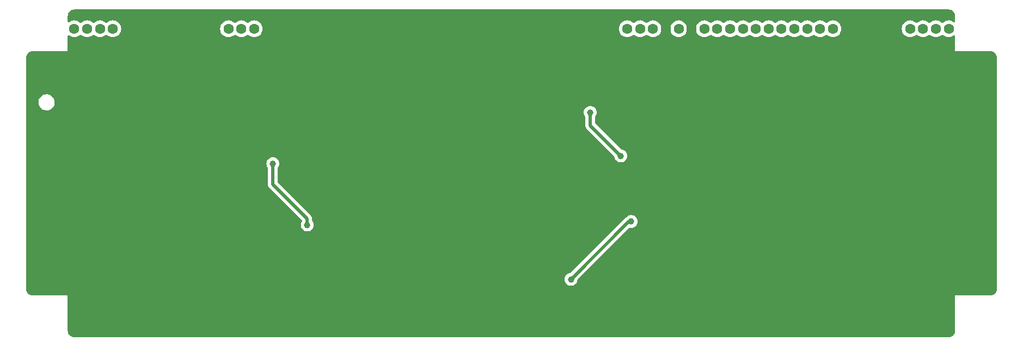
<source format=gtl>
G04 #@! TF.GenerationSoftware,KiCad,Pcbnew,7.0.7*
G04 #@! TF.CreationDate,2024-06-10T21:29:32+02:00*
G04 #@! TF.ProjectId,vfd_display,7666645f-6469-4737-906c-61792e6b6963,rev?*
G04 #@! TF.SameCoordinates,Original*
G04 #@! TF.FileFunction,Copper,L1,Top*
G04 #@! TF.FilePolarity,Positive*
%FSLAX46Y46*%
G04 Gerber Fmt 4.6, Leading zero omitted, Abs format (unit mm)*
G04 Created by KiCad (PCBNEW 7.0.7) date 2024-06-10 21:29:32*
%MOMM*%
%LPD*%
G01*
G04 APERTURE LIST*
G04 #@! TA.AperFunction,ComponentPad*
%ADD10C,1.600000*%
G04 #@! TD*
G04 #@! TA.AperFunction,ViaPad*
%ADD11C,1.000000*%
G04 #@! TD*
G04 #@! TA.AperFunction,ViaPad*
%ADD12C,0.800000*%
G04 #@! TD*
G04 #@! TA.AperFunction,ViaPad*
%ADD13C,4.000000*%
G04 #@! TD*
G04 #@! TA.AperFunction,ViaPad*
%ADD14C,2.000000*%
G04 #@! TD*
G04 #@! TA.AperFunction,Conductor*
%ADD15C,0.500000*%
G04 #@! TD*
G04 APERTURE END LIST*
D10*
X83000000Y-68000000D03*
X85000000Y-68000000D03*
X87000000Y-68000000D03*
X89000000Y-68000000D03*
X99000000Y-68000000D03*
X101000000Y-68000000D03*
X107000000Y-68000000D03*
X109000000Y-68000000D03*
X111000000Y-68000000D03*
X169000000Y-68000000D03*
X171000000Y-68000000D03*
X173000000Y-68000000D03*
X175000000Y-68000000D03*
X177000000Y-68000000D03*
X179000000Y-68000000D03*
X181000000Y-68000000D03*
X183000000Y-68000000D03*
X185000000Y-68000000D03*
X187000000Y-68000000D03*
X189000000Y-68000000D03*
X191000000Y-68000000D03*
X193000000Y-68000000D03*
X195000000Y-68000000D03*
X197000000Y-68000000D03*
X199000000Y-68000000D03*
X201000000Y-68000000D03*
X203000000Y-68000000D03*
X213000000Y-68000000D03*
X215000000Y-68000000D03*
X217000000Y-68000000D03*
X219000000Y-68000000D03*
D11*
X140000000Y-98500000D03*
X120500000Y-80000000D03*
X147000000Y-83250000D03*
X151500000Y-83250000D03*
X80250000Y-104750000D03*
X163000000Y-96500000D03*
X157750000Y-87500000D03*
X87000000Y-101750000D03*
X149250000Y-88250000D03*
X80250000Y-98750000D03*
D12*
X191333332Y-71810000D03*
D11*
X84750000Y-96750000D03*
X104000000Y-88040000D03*
X82500000Y-97750000D03*
X78000000Y-107750000D03*
X101500000Y-95750000D03*
D12*
X187000000Y-71810000D03*
D13*
X82500000Y-79500000D03*
D11*
X144750000Y-86250000D03*
X118750000Y-88750000D03*
X80250000Y-94750000D03*
X114000000Y-96500000D03*
X84750000Y-102750000D03*
X78000000Y-95750000D03*
X209500000Y-78000000D03*
D14*
X141000000Y-85250000D03*
D11*
X153750000Y-88250000D03*
X139000000Y-96250000D03*
X80250000Y-106750000D03*
X156050000Y-100900000D03*
X153750000Y-82250000D03*
X82500000Y-101750000D03*
X144750000Y-84250000D03*
X209500000Y-73000000D03*
X151500000Y-87250000D03*
X82500000Y-99750000D03*
D12*
X193500000Y-72000000D03*
D11*
X78000000Y-99750000D03*
X144750000Y-80250000D03*
X147000000Y-87250000D03*
X142000000Y-98500000D03*
X78000000Y-103750000D03*
X84750000Y-94750000D03*
X149250000Y-80250000D03*
X153750000Y-86250000D03*
X84750000Y-98750000D03*
X80250000Y-100750000D03*
X170600000Y-99500000D03*
X78000000Y-97750000D03*
X87000000Y-95750000D03*
X143000000Y-100750000D03*
X163000000Y-94287500D03*
X153750000Y-80250000D03*
X112250000Y-96500000D03*
D12*
X189166666Y-71810000D03*
D11*
X217000000Y-105620000D03*
X78000000Y-101750000D03*
X78000000Y-105750000D03*
X82500000Y-95750000D03*
X84750000Y-106750000D03*
X156050000Y-102900000D03*
X87000000Y-99750000D03*
X110500000Y-96500000D03*
X109500000Y-95500000D03*
X151500000Y-81250000D03*
X172600000Y-101000000D03*
X108500000Y-96500000D03*
X99750000Y-95750000D03*
X149250000Y-84250000D03*
X217000000Y-98000000D03*
D14*
X141000000Y-89000000D03*
D11*
X144750000Y-88250000D03*
X80250000Y-102750000D03*
X149250000Y-82250000D03*
X144750000Y-82250000D03*
X117000000Y-93040000D03*
X139000000Y-100750000D03*
X84750000Y-104750000D03*
X147000000Y-81250000D03*
X87000000Y-107750000D03*
X87000000Y-97750000D03*
X80250000Y-96750000D03*
X87000000Y-105750000D03*
X151500000Y-85250000D03*
X87000000Y-103750000D03*
X149250000Y-86250000D03*
X103250000Y-95750000D03*
X109500000Y-82500000D03*
X143000000Y-96250000D03*
X82500000Y-107750000D03*
X141000000Y-96250000D03*
X84750000Y-100750000D03*
X82500000Y-103750000D03*
X147000000Y-85250000D03*
X82500000Y-105750000D03*
X141000000Y-100750000D03*
X153750000Y-84250000D03*
X168000000Y-87787500D03*
X163250000Y-81037500D03*
X169600000Y-98000000D03*
X160250000Y-107000000D03*
X119250000Y-98540000D03*
X113895000Y-89000000D03*
D15*
X163250000Y-81037500D02*
X163250000Y-83037500D01*
X163250000Y-83037500D02*
X168000000Y-87787500D01*
X169850000Y-98000000D02*
X169250000Y-98000000D01*
X169250000Y-98000000D02*
X160250000Y-107000000D01*
X113895000Y-89000000D02*
X113895000Y-92225000D01*
X119250000Y-97580000D02*
X119250000Y-98540000D01*
X113895000Y-92225000D02*
X119250000Y-97580000D01*
G04 #@! TA.AperFunction,Conductor*
G36*
X219003032Y-65000299D02*
G01*
X219064066Y-65006310D01*
X219182941Y-65018018D01*
X219206769Y-65022757D01*
X219371001Y-65072576D01*
X219393453Y-65081877D01*
X219544798Y-65162772D01*
X219565010Y-65176277D01*
X219697666Y-65285145D01*
X219714854Y-65302333D01*
X219823722Y-65434989D01*
X219837227Y-65455201D01*
X219918121Y-65606543D01*
X219927424Y-65629001D01*
X219977240Y-65793224D01*
X219981982Y-65817065D01*
X219999701Y-65996967D01*
X220000000Y-66003048D01*
X220000000Y-66874387D01*
X219980315Y-66941426D01*
X219927511Y-66987181D01*
X219858353Y-66997125D01*
X219804877Y-66975962D01*
X219652734Y-66869432D01*
X219652732Y-66869431D01*
X219446497Y-66773261D01*
X219446488Y-66773258D01*
X219226697Y-66714366D01*
X219226693Y-66714365D01*
X219226692Y-66714365D01*
X219226691Y-66714364D01*
X219226686Y-66714364D01*
X219000002Y-66694532D01*
X218999998Y-66694532D01*
X218773313Y-66714364D01*
X218773302Y-66714366D01*
X218553511Y-66773258D01*
X218553502Y-66773261D01*
X218347267Y-66869431D01*
X218347265Y-66869432D01*
X218160862Y-66999951D01*
X218087681Y-67073132D01*
X218026357Y-67106616D01*
X217956666Y-67101631D01*
X217912319Y-67073132D01*
X217839137Y-66999951D01*
X217652734Y-66869432D01*
X217652732Y-66869431D01*
X217446497Y-66773261D01*
X217446488Y-66773258D01*
X217226697Y-66714366D01*
X217226693Y-66714365D01*
X217226692Y-66714365D01*
X217226691Y-66714364D01*
X217226686Y-66714364D01*
X217000002Y-66694532D01*
X216999998Y-66694532D01*
X216773313Y-66714364D01*
X216773302Y-66714366D01*
X216553511Y-66773258D01*
X216553502Y-66773261D01*
X216347267Y-66869431D01*
X216347265Y-66869432D01*
X216160862Y-66999951D01*
X216087681Y-67073132D01*
X216026357Y-67106616D01*
X215956666Y-67101631D01*
X215912319Y-67073132D01*
X215839137Y-66999951D01*
X215652734Y-66869432D01*
X215652732Y-66869431D01*
X215446497Y-66773261D01*
X215446488Y-66773258D01*
X215226697Y-66714366D01*
X215226693Y-66714365D01*
X215226692Y-66714365D01*
X215226691Y-66714364D01*
X215226686Y-66714364D01*
X215000002Y-66694532D01*
X214999998Y-66694532D01*
X214773313Y-66714364D01*
X214773302Y-66714366D01*
X214553511Y-66773258D01*
X214553502Y-66773261D01*
X214347267Y-66869431D01*
X214347265Y-66869432D01*
X214160862Y-66999951D01*
X214087681Y-67073132D01*
X214026357Y-67106616D01*
X213956666Y-67101631D01*
X213912319Y-67073132D01*
X213839137Y-66999951D01*
X213652734Y-66869432D01*
X213652732Y-66869431D01*
X213446497Y-66773261D01*
X213446488Y-66773258D01*
X213226697Y-66714366D01*
X213226693Y-66714365D01*
X213226692Y-66714365D01*
X213226691Y-66714364D01*
X213226686Y-66714364D01*
X213000002Y-66694532D01*
X212999998Y-66694532D01*
X212773313Y-66714364D01*
X212773302Y-66714366D01*
X212553511Y-66773258D01*
X212553502Y-66773261D01*
X212347267Y-66869431D01*
X212347265Y-66869432D01*
X212160858Y-66999954D01*
X211999954Y-67160858D01*
X211869432Y-67347265D01*
X211869431Y-67347267D01*
X211773261Y-67553502D01*
X211773258Y-67553511D01*
X211714366Y-67773302D01*
X211714364Y-67773313D01*
X211694532Y-67999998D01*
X211694532Y-68000001D01*
X211714364Y-68226686D01*
X211714366Y-68226697D01*
X211773258Y-68446488D01*
X211773261Y-68446497D01*
X211869431Y-68652732D01*
X211869432Y-68652734D01*
X211999954Y-68839141D01*
X212160858Y-69000045D01*
X212160861Y-69000047D01*
X212347266Y-69130568D01*
X212553504Y-69226739D01*
X212773308Y-69285635D01*
X212935230Y-69299801D01*
X212999998Y-69305468D01*
X213000000Y-69305468D01*
X213000002Y-69305468D01*
X213056672Y-69300509D01*
X213226692Y-69285635D01*
X213446496Y-69226739D01*
X213652734Y-69130568D01*
X213839139Y-69000047D01*
X213912319Y-68926866D01*
X213973639Y-68893382D01*
X214043331Y-68898366D01*
X214087680Y-68926867D01*
X214160858Y-69000045D01*
X214160861Y-69000047D01*
X214347266Y-69130568D01*
X214553504Y-69226739D01*
X214773308Y-69285635D01*
X214935230Y-69299801D01*
X214999998Y-69305468D01*
X215000000Y-69305468D01*
X215000002Y-69305468D01*
X215056672Y-69300509D01*
X215226692Y-69285635D01*
X215446496Y-69226739D01*
X215652734Y-69130568D01*
X215839139Y-69000047D01*
X215912320Y-68926865D01*
X215973641Y-68893382D01*
X216043333Y-68898366D01*
X216087679Y-68926865D01*
X216160859Y-69000045D01*
X216160862Y-69000048D01*
X216244446Y-69058573D01*
X216347266Y-69130568D01*
X216553504Y-69226739D01*
X216773308Y-69285635D01*
X216935230Y-69299801D01*
X216999998Y-69305468D01*
X217000000Y-69305468D01*
X217000002Y-69305468D01*
X217056672Y-69300509D01*
X217226692Y-69285635D01*
X217446496Y-69226739D01*
X217652734Y-69130568D01*
X217839139Y-69000047D01*
X217912320Y-68926865D01*
X217973641Y-68893382D01*
X218043333Y-68898366D01*
X218087679Y-68926865D01*
X218160859Y-69000045D01*
X218160862Y-69000048D01*
X218244446Y-69058573D01*
X218347266Y-69130568D01*
X218553504Y-69226739D01*
X218773308Y-69285635D01*
X218935230Y-69299801D01*
X218999998Y-69305468D01*
X219000000Y-69305468D01*
X219000002Y-69305468D01*
X219056672Y-69300509D01*
X219226692Y-69285635D01*
X219446496Y-69226739D01*
X219652734Y-69130568D01*
X219804877Y-69024036D01*
X219871083Y-69001710D01*
X219938850Y-69018720D01*
X219986663Y-69069669D01*
X220000000Y-69125612D01*
X220000000Y-71500000D01*
X225496951Y-71500000D01*
X225503032Y-71500299D01*
X225564067Y-71506310D01*
X225682941Y-71518018D01*
X225706769Y-71522757D01*
X225871001Y-71572576D01*
X225893453Y-71581877D01*
X226044798Y-71662772D01*
X226065010Y-71676277D01*
X226197666Y-71785145D01*
X226214854Y-71802333D01*
X226323722Y-71934989D01*
X226337227Y-71955201D01*
X226418121Y-72106543D01*
X226427424Y-72129001D01*
X226477240Y-72293224D01*
X226481982Y-72317065D01*
X226499701Y-72496967D01*
X226500000Y-72503048D01*
X226500000Y-108496951D01*
X226499701Y-108503032D01*
X226481982Y-108682934D01*
X226477240Y-108706775D01*
X226427424Y-108870998D01*
X226418121Y-108893456D01*
X226337227Y-109044798D01*
X226323722Y-109065010D01*
X226214854Y-109197666D01*
X226197666Y-109214854D01*
X226065010Y-109323722D01*
X226044798Y-109337227D01*
X225893456Y-109418121D01*
X225870998Y-109427424D01*
X225706775Y-109477240D01*
X225682934Y-109481982D01*
X225503032Y-109499701D01*
X225496951Y-109500000D01*
X220000000Y-109500000D01*
X220000000Y-110499992D01*
X219999999Y-110500003D01*
X220000000Y-114996951D01*
X219999701Y-115003032D01*
X219981982Y-115182934D01*
X219977240Y-115206775D01*
X219927424Y-115370998D01*
X219918121Y-115393456D01*
X219837227Y-115544798D01*
X219823722Y-115565010D01*
X219714854Y-115697666D01*
X219697666Y-115714854D01*
X219565010Y-115823722D01*
X219544798Y-115837227D01*
X219393456Y-115918121D01*
X219370998Y-115927424D01*
X219206775Y-115977240D01*
X219182934Y-115981982D01*
X219003032Y-115999701D01*
X218996951Y-116000000D01*
X83003049Y-116000000D01*
X82996968Y-115999701D01*
X82817065Y-115981982D01*
X82793224Y-115977240D01*
X82629001Y-115927424D01*
X82606543Y-115918121D01*
X82455201Y-115837227D01*
X82434989Y-115823722D01*
X82302333Y-115714854D01*
X82285145Y-115697666D01*
X82176277Y-115565010D01*
X82162772Y-115544798D01*
X82081878Y-115393456D01*
X82072575Y-115370998D01*
X82022757Y-115206769D01*
X82018018Y-115182941D01*
X82000299Y-115003032D01*
X82000000Y-114996951D01*
X82000000Y-110500003D01*
X82000000Y-110499999D01*
X82000000Y-109500000D01*
X81000000Y-109500000D01*
X80999997Y-109500000D01*
X76503049Y-109500000D01*
X76496968Y-109499701D01*
X76317065Y-109481982D01*
X76293224Y-109477240D01*
X76129001Y-109427424D01*
X76106543Y-109418121D01*
X75955201Y-109337227D01*
X75934989Y-109323722D01*
X75802333Y-109214854D01*
X75785145Y-109197666D01*
X75676277Y-109065010D01*
X75662772Y-109044798D01*
X75581878Y-108893456D01*
X75572575Y-108870998D01*
X75522757Y-108706769D01*
X75518018Y-108682941D01*
X75500299Y-108503032D01*
X75500000Y-108496951D01*
X75500000Y-107000000D01*
X159244659Y-107000000D01*
X159263975Y-107196129D01*
X159321188Y-107384733D01*
X159414086Y-107558532D01*
X159414090Y-107558539D01*
X159539116Y-107710883D01*
X159691460Y-107835909D01*
X159691467Y-107835913D01*
X159865266Y-107928811D01*
X159865269Y-107928811D01*
X159865273Y-107928814D01*
X160053868Y-107986024D01*
X160250000Y-108005341D01*
X160446132Y-107986024D01*
X160634727Y-107928814D01*
X160808538Y-107835910D01*
X160960883Y-107710883D01*
X161085910Y-107558538D01*
X161178814Y-107384727D01*
X161236024Y-107196132D01*
X161244871Y-107106299D01*
X161271031Y-107041513D01*
X161280584Y-107030782D01*
X169291506Y-99019860D01*
X169352827Y-98986377D01*
X169397750Y-98985978D01*
X169397805Y-98985427D01*
X169402942Y-98985932D01*
X169403391Y-98985929D01*
X169403866Y-98986023D01*
X169403868Y-98986024D01*
X169600000Y-99005341D01*
X169796132Y-98986024D01*
X169984727Y-98928814D01*
X169992374Y-98924727D01*
X170158532Y-98835913D01*
X170158538Y-98835910D01*
X170310883Y-98710883D01*
X170435910Y-98558538D01*
X170528814Y-98384727D01*
X170586024Y-98196132D01*
X170590403Y-98151662D01*
X170593027Y-98138353D01*
X170592875Y-98138327D01*
X170594127Y-98131216D01*
X170594130Y-98131210D01*
X170596607Y-98088676D01*
X170605341Y-98000000D01*
X170604049Y-97986893D01*
X170603663Y-97967528D01*
X170604331Y-97956065D01*
X170597227Y-97915780D01*
X170596583Y-97911088D01*
X170593993Y-97884792D01*
X170586024Y-97803868D01*
X170528814Y-97615273D01*
X170528811Y-97615269D01*
X170528811Y-97615266D01*
X170435913Y-97441467D01*
X170435909Y-97441460D01*
X170310883Y-97289116D01*
X170158539Y-97164090D01*
X170158532Y-97164086D01*
X169984733Y-97071188D01*
X169984727Y-97071186D01*
X169796132Y-97013976D01*
X169796129Y-97013975D01*
X169600000Y-96994659D01*
X169403870Y-97013975D01*
X169215266Y-97071188D01*
X169041467Y-97164086D01*
X169041460Y-97164090D01*
X168889118Y-97289114D01*
X168816332Y-97377804D01*
X168785581Y-97404674D01*
X168781343Y-97407288D01*
X168775681Y-97411765D01*
X168775645Y-97411720D01*
X168769798Y-97416484D01*
X168769835Y-97416528D01*
X168764310Y-97421164D01*
X168764304Y-97421169D01*
X168764304Y-97421170D01*
X168711613Y-97477016D01*
X168711614Y-97477017D01*
X160219225Y-105969405D01*
X160157902Y-106002890D01*
X160143700Y-106005127D01*
X160053870Y-106013975D01*
X159865266Y-106071188D01*
X159691467Y-106164086D01*
X159691460Y-106164090D01*
X159539116Y-106289116D01*
X159414090Y-106441460D01*
X159414086Y-106441467D01*
X159321188Y-106615266D01*
X159263975Y-106803870D01*
X159244659Y-107000000D01*
X75500000Y-107000000D01*
X75500000Y-89000000D01*
X112889659Y-89000000D01*
X112908975Y-89196129D01*
X112966188Y-89384733D01*
X113059084Y-89558529D01*
X113059087Y-89558533D01*
X113059090Y-89558538D01*
X113116354Y-89628314D01*
X113143666Y-89692620D01*
X113144500Y-89706976D01*
X113144500Y-92161294D01*
X113143191Y-92179263D01*
X113139710Y-92203025D01*
X113144264Y-92255064D01*
X113144500Y-92260470D01*
X113144500Y-92268709D01*
X113148306Y-92301274D01*
X113155000Y-92377791D01*
X113156461Y-92384867D01*
X113156403Y-92384878D01*
X113158034Y-92392237D01*
X113158092Y-92392224D01*
X113159757Y-92399250D01*
X113186025Y-92471424D01*
X113210185Y-92544331D01*
X113213236Y-92550874D01*
X113213182Y-92550898D01*
X113216470Y-92557688D01*
X113216521Y-92557663D01*
X113219761Y-92564113D01*
X113219762Y-92564114D01*
X113219763Y-92564117D01*
X113261965Y-92628283D01*
X113302287Y-92693655D01*
X113306766Y-92699319D01*
X113306719Y-92699356D01*
X113311482Y-92705202D01*
X113311528Y-92705164D01*
X113316173Y-92710700D01*
X113372018Y-92763386D01*
X118413955Y-97805322D01*
X118447440Y-97866645D01*
X118442456Y-97936337D01*
X118422128Y-97971667D01*
X118414090Y-97981460D01*
X118414086Y-97981467D01*
X118321188Y-98155266D01*
X118263975Y-98343870D01*
X118244659Y-98540000D01*
X118263975Y-98736129D01*
X118321188Y-98924733D01*
X118414086Y-99098532D01*
X118414090Y-99098539D01*
X118539116Y-99250883D01*
X118691460Y-99375909D01*
X118691467Y-99375913D01*
X118865266Y-99468811D01*
X118865269Y-99468811D01*
X118865273Y-99468814D01*
X119053868Y-99526024D01*
X119250000Y-99545341D01*
X119446132Y-99526024D01*
X119634727Y-99468814D01*
X119808538Y-99375910D01*
X119960883Y-99250883D01*
X120085910Y-99098538D01*
X120155819Y-98967747D01*
X120178811Y-98924733D01*
X120178811Y-98924732D01*
X120178814Y-98924727D01*
X120236024Y-98736132D01*
X120255341Y-98540000D01*
X120236024Y-98343868D01*
X120178814Y-98155273D01*
X120178811Y-98155269D01*
X120178811Y-98155266D01*
X120085913Y-97981467D01*
X120085911Y-97981465D01*
X120085910Y-97981462D01*
X120048877Y-97936337D01*
X120028647Y-97911686D01*
X120001334Y-97847376D01*
X120000500Y-97833021D01*
X120000500Y-97643705D01*
X120001809Y-97625735D01*
X120003342Y-97615266D01*
X120005289Y-97601977D01*
X120000735Y-97549931D01*
X120000500Y-97544528D01*
X120000500Y-97536297D01*
X120000500Y-97536291D01*
X119996693Y-97503724D01*
X119991247Y-97441467D01*
X119989999Y-97427201D01*
X119988539Y-97420129D01*
X119988597Y-97420116D01*
X119986965Y-97412757D01*
X119986906Y-97412772D01*
X119985242Y-97405753D01*
X119985241Y-97405745D01*
X119958974Y-97333576D01*
X119934814Y-97260666D01*
X119934809Y-97260659D01*
X119931760Y-97254118D01*
X119931815Y-97254091D01*
X119928533Y-97247313D01*
X119928480Y-97247340D01*
X119925235Y-97240880D01*
X119883028Y-97176708D01*
X119842710Y-97111342D01*
X119838234Y-97105682D01*
X119838281Y-97105644D01*
X119833519Y-97099799D01*
X119833474Y-97099838D01*
X119828834Y-97094308D01*
X119772964Y-97041596D01*
X114681819Y-91950451D01*
X114648334Y-91889128D01*
X114645500Y-91862770D01*
X114645500Y-89706976D01*
X114665185Y-89639937D01*
X114673632Y-89628329D01*
X114730910Y-89558538D01*
X114823814Y-89384727D01*
X114881024Y-89196132D01*
X114900341Y-89000000D01*
X114881024Y-88803868D01*
X114823814Y-88615273D01*
X114823811Y-88615269D01*
X114823811Y-88615266D01*
X114730913Y-88441467D01*
X114730909Y-88441460D01*
X114605883Y-88289116D01*
X114453539Y-88164090D01*
X114453532Y-88164086D01*
X114279733Y-88071188D01*
X114279727Y-88071186D01*
X114091132Y-88013976D01*
X114091129Y-88013975D01*
X113895000Y-87994659D01*
X113698870Y-88013975D01*
X113510266Y-88071188D01*
X113336467Y-88164086D01*
X113336460Y-88164090D01*
X113184116Y-88289116D01*
X113059090Y-88441460D01*
X113059086Y-88441467D01*
X112966188Y-88615266D01*
X112908975Y-88803870D01*
X112889659Y-89000000D01*
X75500000Y-89000000D01*
X75500000Y-81037500D01*
X162244659Y-81037500D01*
X162263975Y-81233629D01*
X162321188Y-81422233D01*
X162414084Y-81596029D01*
X162414087Y-81596033D01*
X162414090Y-81596038D01*
X162471354Y-81665814D01*
X162498666Y-81730120D01*
X162499500Y-81744476D01*
X162499500Y-82973794D01*
X162498191Y-82991763D01*
X162494710Y-83015525D01*
X162499264Y-83067564D01*
X162499500Y-83072970D01*
X162499500Y-83081209D01*
X162503306Y-83113774D01*
X162510000Y-83190291D01*
X162511461Y-83197367D01*
X162511403Y-83197378D01*
X162513034Y-83204737D01*
X162513092Y-83204724D01*
X162514757Y-83211750D01*
X162541025Y-83283924D01*
X162565185Y-83356831D01*
X162568236Y-83363374D01*
X162568182Y-83363398D01*
X162571470Y-83370188D01*
X162571521Y-83370163D01*
X162574761Y-83376613D01*
X162574762Y-83376614D01*
X162574763Y-83376617D01*
X162616965Y-83440782D01*
X162616965Y-83440783D01*
X162657287Y-83506155D01*
X162661766Y-83511819D01*
X162661719Y-83511856D01*
X162666482Y-83517702D01*
X162666528Y-83517664D01*
X162671173Y-83523200D01*
X162727018Y-83575886D01*
X166969405Y-87818272D01*
X167002890Y-87879595D01*
X167005127Y-87893798D01*
X167013975Y-87983628D01*
X167013975Y-87983630D01*
X167013976Y-87983632D01*
X167068718Y-88164090D01*
X167071188Y-88172233D01*
X167164086Y-88346032D01*
X167164090Y-88346039D01*
X167289116Y-88498383D01*
X167441460Y-88623409D01*
X167441467Y-88623413D01*
X167615266Y-88716311D01*
X167615269Y-88716311D01*
X167615273Y-88716314D01*
X167803868Y-88773524D01*
X168000000Y-88792841D01*
X168196132Y-88773524D01*
X168384727Y-88716314D01*
X168558538Y-88623410D01*
X168710883Y-88498383D01*
X168835910Y-88346038D01*
X168928814Y-88172227D01*
X168986024Y-87983632D01*
X169005341Y-87787500D01*
X168986024Y-87591368D01*
X168928814Y-87402773D01*
X168928811Y-87402769D01*
X168928811Y-87402766D01*
X168835913Y-87228967D01*
X168835909Y-87228960D01*
X168710883Y-87076616D01*
X168558539Y-86951590D01*
X168558532Y-86951586D01*
X168384733Y-86858688D01*
X168384727Y-86858686D01*
X168196132Y-86801476D01*
X168196130Y-86801475D01*
X168196128Y-86801475D01*
X168106298Y-86792627D01*
X168041511Y-86766465D01*
X168030772Y-86756905D01*
X164036819Y-82762951D01*
X164003334Y-82701628D01*
X164000500Y-82675270D01*
X164000500Y-81744476D01*
X164020185Y-81677437D01*
X164028632Y-81665829D01*
X164085910Y-81596038D01*
X164178814Y-81422227D01*
X164236024Y-81233632D01*
X164255341Y-81037500D01*
X164236024Y-80841368D01*
X164178814Y-80652773D01*
X164178811Y-80652769D01*
X164178811Y-80652766D01*
X164085913Y-80478967D01*
X164085909Y-80478960D01*
X163960883Y-80326616D01*
X163808539Y-80201590D01*
X163808532Y-80201586D01*
X163634733Y-80108688D01*
X163634727Y-80108686D01*
X163446132Y-80051476D01*
X163446129Y-80051475D01*
X163250000Y-80032159D01*
X163053870Y-80051475D01*
X162865266Y-80108688D01*
X162691467Y-80201586D01*
X162691460Y-80201590D01*
X162539116Y-80326616D01*
X162414090Y-80478960D01*
X162414086Y-80478967D01*
X162321188Y-80652766D01*
X162263975Y-80841370D01*
X162244659Y-81037500D01*
X75500000Y-81037500D01*
X75500000Y-79506506D01*
X77441696Y-79506506D01*
X77441697Y-79506510D01*
X77472009Y-79730281D01*
X77472010Y-79730284D01*
X77541789Y-79945044D01*
X77648794Y-80143891D01*
X77648796Y-80143894D01*
X77789586Y-80320439D01*
X77959639Y-80469011D01*
X77959640Y-80469012D01*
X77959643Y-80469014D01*
X78153493Y-80584834D01*
X78364908Y-80664179D01*
X78364908Y-80664180D01*
X78587090Y-80704500D01*
X78587093Y-80704500D01*
X78756337Y-80704500D01*
X78756343Y-80704500D01*
X78914443Y-80690270D01*
X78924906Y-80689329D01*
X79142570Y-80629258D01*
X79142575Y-80629255D01*
X79142582Y-80629254D01*
X79346033Y-80531277D01*
X79528721Y-80398547D01*
X79684772Y-80235330D01*
X79809173Y-80046871D01*
X79897923Y-79839229D01*
X79948172Y-79619076D01*
X79958303Y-79393490D01*
X79927991Y-79169719D01*
X79858211Y-78954957D01*
X79751204Y-78756106D01*
X79610411Y-78579558D01*
X79521007Y-78501448D01*
X79440360Y-78430988D01*
X79336146Y-78368723D01*
X79246507Y-78315166D01*
X79128154Y-78270747D01*
X79035091Y-78235819D01*
X78812910Y-78195500D01*
X78812907Y-78195500D01*
X78643657Y-78195500D01*
X78612271Y-78198324D01*
X78475093Y-78210670D01*
X78257429Y-78270741D01*
X78257414Y-78270747D01*
X78053973Y-78368719D01*
X78053965Y-78368723D01*
X77871284Y-78501448D01*
X77871282Y-78501449D01*
X77715226Y-78664671D01*
X77590828Y-78853125D01*
X77502077Y-79060772D01*
X77502075Y-79060778D01*
X77451828Y-79280922D01*
X77451828Y-79280926D01*
X77441696Y-79506506D01*
X75500000Y-79506506D01*
X75500000Y-72503048D01*
X75500299Y-72496967D01*
X75504706Y-72452213D01*
X75518018Y-72317056D01*
X75522757Y-72293232D01*
X75572577Y-72128994D01*
X75581875Y-72106549D01*
X75662775Y-71955195D01*
X75676272Y-71934995D01*
X75785149Y-71802328D01*
X75802328Y-71785149D01*
X75934995Y-71676272D01*
X75955195Y-71662775D01*
X76106549Y-71581875D01*
X76128994Y-71572577D01*
X76293232Y-71522757D01*
X76317056Y-71518018D01*
X76431501Y-71506746D01*
X76496969Y-71500299D01*
X76503049Y-71500000D01*
X80999997Y-71500000D01*
X81000000Y-71500000D01*
X82000000Y-71500000D01*
X82000000Y-69125611D01*
X82019685Y-69058573D01*
X82072489Y-69012818D01*
X82141647Y-69002874D01*
X82195122Y-69024036D01*
X82347266Y-69130568D01*
X82553504Y-69226739D01*
X82773308Y-69285635D01*
X82935230Y-69299801D01*
X82999998Y-69305468D01*
X83000000Y-69305468D01*
X83000002Y-69305468D01*
X83056672Y-69300509D01*
X83226692Y-69285635D01*
X83446496Y-69226739D01*
X83652734Y-69130568D01*
X83839139Y-69000047D01*
X83912320Y-68926865D01*
X83973641Y-68893382D01*
X84043333Y-68898366D01*
X84087679Y-68926865D01*
X84160859Y-69000045D01*
X84160862Y-69000048D01*
X84244446Y-69058573D01*
X84347266Y-69130568D01*
X84553504Y-69226739D01*
X84773308Y-69285635D01*
X84935230Y-69299801D01*
X84999998Y-69305468D01*
X85000000Y-69305468D01*
X85000002Y-69305468D01*
X85056672Y-69300509D01*
X85226692Y-69285635D01*
X85446496Y-69226739D01*
X85652734Y-69130568D01*
X85839139Y-69000047D01*
X85912320Y-68926865D01*
X85973641Y-68893382D01*
X86043333Y-68898366D01*
X86087679Y-68926865D01*
X86160859Y-69000045D01*
X86160862Y-69000048D01*
X86244446Y-69058573D01*
X86347266Y-69130568D01*
X86553504Y-69226739D01*
X86773308Y-69285635D01*
X86935230Y-69299801D01*
X86999998Y-69305468D01*
X87000000Y-69305468D01*
X87000002Y-69305468D01*
X87056672Y-69300509D01*
X87226692Y-69285635D01*
X87446496Y-69226739D01*
X87652734Y-69130568D01*
X87839139Y-69000047D01*
X87912320Y-68926865D01*
X87973641Y-68893382D01*
X88043333Y-68898366D01*
X88087679Y-68926865D01*
X88160859Y-69000045D01*
X88160862Y-69000048D01*
X88244446Y-69058573D01*
X88347266Y-69130568D01*
X88553504Y-69226739D01*
X88773308Y-69285635D01*
X88935230Y-69299801D01*
X88999998Y-69305468D01*
X89000000Y-69305468D01*
X89000002Y-69305468D01*
X89056672Y-69300509D01*
X89226692Y-69285635D01*
X89446496Y-69226739D01*
X89652734Y-69130568D01*
X89839139Y-69000047D01*
X90000047Y-68839139D01*
X90130568Y-68652734D01*
X90226739Y-68446496D01*
X90285635Y-68226692D01*
X90305468Y-68000001D01*
X105694532Y-68000001D01*
X105714364Y-68226686D01*
X105714366Y-68226697D01*
X105773258Y-68446488D01*
X105773261Y-68446497D01*
X105869431Y-68652732D01*
X105869432Y-68652734D01*
X105999954Y-68839141D01*
X106160858Y-69000045D01*
X106160861Y-69000047D01*
X106347266Y-69130568D01*
X106553504Y-69226739D01*
X106773308Y-69285635D01*
X106935230Y-69299801D01*
X106999998Y-69305468D01*
X107000000Y-69305468D01*
X107000002Y-69305468D01*
X107056672Y-69300509D01*
X107226692Y-69285635D01*
X107446496Y-69226739D01*
X107652734Y-69130568D01*
X107839139Y-69000047D01*
X107912320Y-68926865D01*
X107973641Y-68893382D01*
X108043333Y-68898366D01*
X108087679Y-68926865D01*
X108160859Y-69000045D01*
X108160862Y-69000048D01*
X108244446Y-69058573D01*
X108347266Y-69130568D01*
X108553504Y-69226739D01*
X108773308Y-69285635D01*
X108935230Y-69299801D01*
X108999998Y-69305468D01*
X109000000Y-69305468D01*
X109000002Y-69305468D01*
X109056672Y-69300509D01*
X109226692Y-69285635D01*
X109446496Y-69226739D01*
X109652734Y-69130568D01*
X109839139Y-69000047D01*
X109912319Y-68926866D01*
X109973639Y-68893382D01*
X110043331Y-68898366D01*
X110087680Y-68926867D01*
X110160858Y-69000045D01*
X110160861Y-69000047D01*
X110347266Y-69130568D01*
X110553504Y-69226739D01*
X110773308Y-69285635D01*
X110935230Y-69299801D01*
X110999998Y-69305468D01*
X111000000Y-69305468D01*
X111000002Y-69305468D01*
X111056672Y-69300509D01*
X111226692Y-69285635D01*
X111446496Y-69226739D01*
X111652734Y-69130568D01*
X111839139Y-69000047D01*
X112000047Y-68839139D01*
X112130568Y-68652734D01*
X112226739Y-68446496D01*
X112285635Y-68226692D01*
X112305468Y-68000001D01*
X167694532Y-68000001D01*
X167714364Y-68226686D01*
X167714366Y-68226697D01*
X167773258Y-68446488D01*
X167773261Y-68446497D01*
X167869431Y-68652732D01*
X167869432Y-68652734D01*
X167999954Y-68839141D01*
X168160858Y-69000045D01*
X168160861Y-69000047D01*
X168347266Y-69130568D01*
X168553504Y-69226739D01*
X168773308Y-69285635D01*
X168935230Y-69299801D01*
X168999998Y-69305468D01*
X169000000Y-69305468D01*
X169000002Y-69305468D01*
X169056672Y-69300509D01*
X169226692Y-69285635D01*
X169446496Y-69226739D01*
X169652734Y-69130568D01*
X169839139Y-69000047D01*
X169912320Y-68926865D01*
X169973641Y-68893382D01*
X170043333Y-68898366D01*
X170087679Y-68926865D01*
X170160859Y-69000045D01*
X170160862Y-69000048D01*
X170244446Y-69058573D01*
X170347266Y-69130568D01*
X170553504Y-69226739D01*
X170773308Y-69285635D01*
X170935230Y-69299801D01*
X170999998Y-69305468D01*
X171000000Y-69305468D01*
X171000002Y-69305468D01*
X171056672Y-69300509D01*
X171226692Y-69285635D01*
X171446496Y-69226739D01*
X171652734Y-69130568D01*
X171839139Y-69000047D01*
X171912320Y-68926865D01*
X171973641Y-68893382D01*
X172043333Y-68898366D01*
X172087679Y-68926865D01*
X172160859Y-69000045D01*
X172160862Y-69000048D01*
X172244446Y-69058573D01*
X172347266Y-69130568D01*
X172553504Y-69226739D01*
X172773308Y-69285635D01*
X172935230Y-69299801D01*
X172999998Y-69305468D01*
X173000000Y-69305468D01*
X173000002Y-69305468D01*
X173056672Y-69300509D01*
X173226692Y-69285635D01*
X173446496Y-69226739D01*
X173652734Y-69130568D01*
X173839139Y-69000047D01*
X174000047Y-68839139D01*
X174130568Y-68652734D01*
X174226739Y-68446496D01*
X174285635Y-68226692D01*
X174305468Y-68000001D01*
X175694532Y-68000001D01*
X175714364Y-68226686D01*
X175714366Y-68226697D01*
X175773258Y-68446488D01*
X175773261Y-68446497D01*
X175869431Y-68652732D01*
X175869432Y-68652734D01*
X175999954Y-68839141D01*
X176160858Y-69000045D01*
X176160861Y-69000047D01*
X176347266Y-69130568D01*
X176553504Y-69226739D01*
X176773308Y-69285635D01*
X176935230Y-69299801D01*
X176999998Y-69305468D01*
X177000000Y-69305468D01*
X177000002Y-69305468D01*
X177056672Y-69300509D01*
X177226692Y-69285635D01*
X177446496Y-69226739D01*
X177652734Y-69130568D01*
X177839139Y-69000047D01*
X178000047Y-68839139D01*
X178130568Y-68652734D01*
X178226739Y-68446496D01*
X178285635Y-68226692D01*
X178305468Y-68000001D01*
X179694532Y-68000001D01*
X179714364Y-68226686D01*
X179714366Y-68226697D01*
X179773258Y-68446488D01*
X179773261Y-68446497D01*
X179869431Y-68652732D01*
X179869432Y-68652734D01*
X179999954Y-68839141D01*
X180160858Y-69000045D01*
X180160861Y-69000047D01*
X180347266Y-69130568D01*
X180553504Y-69226739D01*
X180773308Y-69285635D01*
X180935230Y-69299801D01*
X180999998Y-69305468D01*
X181000000Y-69305468D01*
X181000002Y-69305468D01*
X181056672Y-69300509D01*
X181226692Y-69285635D01*
X181446496Y-69226739D01*
X181652734Y-69130568D01*
X181839139Y-69000047D01*
X181912319Y-68926866D01*
X181973639Y-68893382D01*
X182043331Y-68898366D01*
X182087680Y-68926867D01*
X182160858Y-69000045D01*
X182160861Y-69000047D01*
X182347266Y-69130568D01*
X182553504Y-69226739D01*
X182773308Y-69285635D01*
X182935230Y-69299801D01*
X182999998Y-69305468D01*
X183000000Y-69305468D01*
X183000002Y-69305468D01*
X183056672Y-69300509D01*
X183226692Y-69285635D01*
X183446496Y-69226739D01*
X183652734Y-69130568D01*
X183839139Y-69000047D01*
X183912320Y-68926865D01*
X183973641Y-68893382D01*
X184043333Y-68898366D01*
X184087679Y-68926865D01*
X184160859Y-69000045D01*
X184160862Y-69000048D01*
X184244446Y-69058573D01*
X184347266Y-69130568D01*
X184553504Y-69226739D01*
X184773308Y-69285635D01*
X184935230Y-69299801D01*
X184999998Y-69305468D01*
X185000000Y-69305468D01*
X185000002Y-69305468D01*
X185056672Y-69300509D01*
X185226692Y-69285635D01*
X185446496Y-69226739D01*
X185652734Y-69130568D01*
X185839139Y-69000047D01*
X185912320Y-68926865D01*
X185973641Y-68893382D01*
X186043333Y-68898366D01*
X186087679Y-68926865D01*
X186160859Y-69000045D01*
X186160862Y-69000048D01*
X186244446Y-69058573D01*
X186347266Y-69130568D01*
X186553504Y-69226739D01*
X186773308Y-69285635D01*
X186935230Y-69299801D01*
X186999998Y-69305468D01*
X187000000Y-69305468D01*
X187000002Y-69305468D01*
X187056672Y-69300509D01*
X187226692Y-69285635D01*
X187446496Y-69226739D01*
X187652734Y-69130568D01*
X187839139Y-69000047D01*
X187912320Y-68926865D01*
X187973641Y-68893382D01*
X188043333Y-68898366D01*
X188087679Y-68926865D01*
X188160859Y-69000045D01*
X188160862Y-69000048D01*
X188244446Y-69058573D01*
X188347266Y-69130568D01*
X188553504Y-69226739D01*
X188773308Y-69285635D01*
X188935230Y-69299801D01*
X188999998Y-69305468D01*
X189000000Y-69305468D01*
X189000002Y-69305468D01*
X189056672Y-69300509D01*
X189226692Y-69285635D01*
X189446496Y-69226739D01*
X189652734Y-69130568D01*
X189839139Y-69000047D01*
X189912320Y-68926865D01*
X189973641Y-68893382D01*
X190043333Y-68898366D01*
X190087679Y-68926865D01*
X190160859Y-69000045D01*
X190160862Y-69000048D01*
X190244446Y-69058573D01*
X190347266Y-69130568D01*
X190553504Y-69226739D01*
X190773308Y-69285635D01*
X190935230Y-69299801D01*
X190999998Y-69305468D01*
X191000000Y-69305468D01*
X191000002Y-69305468D01*
X191056672Y-69300509D01*
X191226692Y-69285635D01*
X191446496Y-69226739D01*
X191652734Y-69130568D01*
X191839139Y-69000047D01*
X191912320Y-68926865D01*
X191973641Y-68893382D01*
X192043333Y-68898366D01*
X192087679Y-68926865D01*
X192160859Y-69000045D01*
X192160862Y-69000048D01*
X192244446Y-69058573D01*
X192347266Y-69130568D01*
X192553504Y-69226739D01*
X192773308Y-69285635D01*
X192935230Y-69299801D01*
X192999998Y-69305468D01*
X193000000Y-69305468D01*
X193000002Y-69305468D01*
X193056672Y-69300509D01*
X193226692Y-69285635D01*
X193446496Y-69226739D01*
X193652734Y-69130568D01*
X193839139Y-69000047D01*
X193912320Y-68926865D01*
X193973641Y-68893382D01*
X194043333Y-68898366D01*
X194087679Y-68926865D01*
X194160859Y-69000045D01*
X194160862Y-69000048D01*
X194244446Y-69058573D01*
X194347266Y-69130568D01*
X194553504Y-69226739D01*
X194773308Y-69285635D01*
X194935230Y-69299801D01*
X194999998Y-69305468D01*
X195000000Y-69305468D01*
X195000002Y-69305468D01*
X195056672Y-69300509D01*
X195226692Y-69285635D01*
X195446496Y-69226739D01*
X195652734Y-69130568D01*
X195839139Y-69000047D01*
X195912319Y-68926866D01*
X195973639Y-68893382D01*
X196043331Y-68898366D01*
X196087680Y-68926867D01*
X196160858Y-69000045D01*
X196160861Y-69000047D01*
X196347266Y-69130568D01*
X196553504Y-69226739D01*
X196773308Y-69285635D01*
X196935230Y-69299801D01*
X196999998Y-69305468D01*
X197000000Y-69305468D01*
X197000002Y-69305468D01*
X197056672Y-69300509D01*
X197226692Y-69285635D01*
X197446496Y-69226739D01*
X197652734Y-69130568D01*
X197839139Y-69000047D01*
X197912319Y-68926866D01*
X197973639Y-68893382D01*
X198043331Y-68898366D01*
X198087680Y-68926867D01*
X198160858Y-69000045D01*
X198160861Y-69000047D01*
X198347266Y-69130568D01*
X198553504Y-69226739D01*
X198773308Y-69285635D01*
X198935230Y-69299801D01*
X198999998Y-69305468D01*
X199000000Y-69305468D01*
X199000002Y-69305468D01*
X199056672Y-69300509D01*
X199226692Y-69285635D01*
X199446496Y-69226739D01*
X199652734Y-69130568D01*
X199839139Y-69000047D01*
X199912320Y-68926865D01*
X199973641Y-68893382D01*
X200043333Y-68898366D01*
X200087679Y-68926865D01*
X200160859Y-69000045D01*
X200160862Y-69000048D01*
X200244446Y-69058573D01*
X200347266Y-69130568D01*
X200553504Y-69226739D01*
X200773308Y-69285635D01*
X200935230Y-69299801D01*
X200999998Y-69305468D01*
X201000000Y-69305468D01*
X201000002Y-69305468D01*
X201056672Y-69300509D01*
X201226692Y-69285635D01*
X201446496Y-69226739D01*
X201652734Y-69130568D01*
X201839139Y-69000047D01*
X202000047Y-68839139D01*
X202130568Y-68652734D01*
X202226739Y-68446496D01*
X202285635Y-68226692D01*
X202305468Y-68000000D01*
X202285635Y-67773308D01*
X202226739Y-67553504D01*
X202130568Y-67347266D01*
X202000047Y-67160861D01*
X202000045Y-67160858D01*
X201839141Y-66999954D01*
X201652734Y-66869432D01*
X201652732Y-66869431D01*
X201446497Y-66773261D01*
X201446488Y-66773258D01*
X201226697Y-66714366D01*
X201226693Y-66714365D01*
X201226692Y-66714365D01*
X201226691Y-66714364D01*
X201226686Y-66714364D01*
X201000002Y-66694532D01*
X200999998Y-66694532D01*
X200773313Y-66714364D01*
X200773302Y-66714366D01*
X200553511Y-66773258D01*
X200553502Y-66773261D01*
X200347267Y-66869431D01*
X200347265Y-66869432D01*
X200160862Y-66999951D01*
X200087681Y-67073132D01*
X200026357Y-67106616D01*
X199956666Y-67101631D01*
X199912319Y-67073132D01*
X199839137Y-66999951D01*
X199652734Y-66869432D01*
X199652732Y-66869431D01*
X199446497Y-66773261D01*
X199446488Y-66773258D01*
X199226697Y-66714366D01*
X199226693Y-66714365D01*
X199226692Y-66714365D01*
X199226691Y-66714364D01*
X199226686Y-66714364D01*
X199000002Y-66694532D01*
X198999998Y-66694532D01*
X198773313Y-66714364D01*
X198773302Y-66714366D01*
X198553511Y-66773258D01*
X198553502Y-66773261D01*
X198347267Y-66869431D01*
X198347265Y-66869432D01*
X198160862Y-66999951D01*
X198087681Y-67073132D01*
X198026357Y-67106616D01*
X197956666Y-67101631D01*
X197912319Y-67073132D01*
X197839137Y-66999951D01*
X197652734Y-66869432D01*
X197652732Y-66869431D01*
X197446497Y-66773261D01*
X197446488Y-66773258D01*
X197226697Y-66714366D01*
X197226693Y-66714365D01*
X197226692Y-66714365D01*
X197226691Y-66714364D01*
X197226686Y-66714364D01*
X197000002Y-66694532D01*
X196999998Y-66694532D01*
X196773313Y-66714364D01*
X196773302Y-66714366D01*
X196553511Y-66773258D01*
X196553502Y-66773261D01*
X196347267Y-66869431D01*
X196347265Y-66869432D01*
X196160862Y-66999951D01*
X196087681Y-67073132D01*
X196026357Y-67106616D01*
X195956666Y-67101631D01*
X195912319Y-67073132D01*
X195839137Y-66999951D01*
X195652734Y-66869432D01*
X195652732Y-66869431D01*
X195446497Y-66773261D01*
X195446488Y-66773258D01*
X195226697Y-66714366D01*
X195226693Y-66714365D01*
X195226692Y-66714365D01*
X195226691Y-66714364D01*
X195226686Y-66714364D01*
X195000002Y-66694532D01*
X194999998Y-66694532D01*
X194773313Y-66714364D01*
X194773302Y-66714366D01*
X194553511Y-66773258D01*
X194553502Y-66773261D01*
X194347267Y-66869431D01*
X194347265Y-66869432D01*
X194160862Y-66999951D01*
X194087681Y-67073132D01*
X194026357Y-67106616D01*
X193956666Y-67101631D01*
X193912319Y-67073132D01*
X193839137Y-66999951D01*
X193652734Y-66869432D01*
X193652732Y-66869431D01*
X193446497Y-66773261D01*
X193446488Y-66773258D01*
X193226697Y-66714366D01*
X193226693Y-66714365D01*
X193226692Y-66714365D01*
X193226691Y-66714364D01*
X193226686Y-66714364D01*
X193000002Y-66694532D01*
X192999998Y-66694532D01*
X192773313Y-66714364D01*
X192773302Y-66714366D01*
X192553511Y-66773258D01*
X192553502Y-66773261D01*
X192347267Y-66869431D01*
X192347265Y-66869432D01*
X192160862Y-66999951D01*
X192087681Y-67073132D01*
X192026357Y-67106616D01*
X191956666Y-67101631D01*
X191912319Y-67073132D01*
X191839137Y-66999951D01*
X191652734Y-66869432D01*
X191652732Y-66869431D01*
X191446497Y-66773261D01*
X191446488Y-66773258D01*
X191226697Y-66714366D01*
X191226693Y-66714365D01*
X191226692Y-66714365D01*
X191226691Y-66714364D01*
X191226686Y-66714364D01*
X191000002Y-66694532D01*
X190999998Y-66694532D01*
X190773313Y-66714364D01*
X190773302Y-66714366D01*
X190553511Y-66773258D01*
X190553502Y-66773261D01*
X190347267Y-66869431D01*
X190347265Y-66869432D01*
X190160862Y-66999951D01*
X190087681Y-67073132D01*
X190026357Y-67106616D01*
X189956666Y-67101631D01*
X189912319Y-67073132D01*
X189839137Y-66999951D01*
X189652734Y-66869432D01*
X189652732Y-66869431D01*
X189446497Y-66773261D01*
X189446488Y-66773258D01*
X189226697Y-66714366D01*
X189226693Y-66714365D01*
X189226692Y-66714365D01*
X189226691Y-66714364D01*
X189226686Y-66714364D01*
X189000002Y-66694532D01*
X188999998Y-66694532D01*
X188773313Y-66714364D01*
X188773302Y-66714366D01*
X188553511Y-66773258D01*
X188553502Y-66773261D01*
X188347267Y-66869431D01*
X188347265Y-66869432D01*
X188160862Y-66999951D01*
X188087681Y-67073132D01*
X188026357Y-67106616D01*
X187956666Y-67101631D01*
X187912319Y-67073132D01*
X187839137Y-66999951D01*
X187652734Y-66869432D01*
X187652732Y-66869431D01*
X187446497Y-66773261D01*
X187446488Y-66773258D01*
X187226697Y-66714366D01*
X187226693Y-66714365D01*
X187226692Y-66714365D01*
X187226691Y-66714364D01*
X187226686Y-66714364D01*
X187000002Y-66694532D01*
X186999998Y-66694532D01*
X186773313Y-66714364D01*
X186773302Y-66714366D01*
X186553511Y-66773258D01*
X186553502Y-66773261D01*
X186347267Y-66869431D01*
X186347265Y-66869432D01*
X186160862Y-66999951D01*
X186087681Y-67073132D01*
X186026357Y-67106616D01*
X185956666Y-67101631D01*
X185912319Y-67073132D01*
X185839137Y-66999951D01*
X185652734Y-66869432D01*
X185652732Y-66869431D01*
X185446497Y-66773261D01*
X185446488Y-66773258D01*
X185226697Y-66714366D01*
X185226693Y-66714365D01*
X185226692Y-66714365D01*
X185226691Y-66714364D01*
X185226686Y-66714364D01*
X185000002Y-66694532D01*
X184999998Y-66694532D01*
X184773313Y-66714364D01*
X184773302Y-66714366D01*
X184553511Y-66773258D01*
X184553502Y-66773261D01*
X184347267Y-66869431D01*
X184347265Y-66869432D01*
X184160862Y-66999951D01*
X184087681Y-67073132D01*
X184026357Y-67106616D01*
X183956666Y-67101631D01*
X183912319Y-67073132D01*
X183839137Y-66999951D01*
X183652734Y-66869432D01*
X183652732Y-66869431D01*
X183446497Y-66773261D01*
X183446488Y-66773258D01*
X183226697Y-66714366D01*
X183226693Y-66714365D01*
X183226692Y-66714365D01*
X183226691Y-66714364D01*
X183226686Y-66714364D01*
X183000002Y-66694532D01*
X182999998Y-66694532D01*
X182773313Y-66714364D01*
X182773302Y-66714366D01*
X182553511Y-66773258D01*
X182553502Y-66773261D01*
X182347267Y-66869431D01*
X182347265Y-66869432D01*
X182160862Y-66999951D01*
X182087681Y-67073132D01*
X182026357Y-67106616D01*
X181956666Y-67101631D01*
X181912319Y-67073132D01*
X181839137Y-66999951D01*
X181652734Y-66869432D01*
X181652732Y-66869431D01*
X181446497Y-66773261D01*
X181446488Y-66773258D01*
X181226697Y-66714366D01*
X181226693Y-66714365D01*
X181226692Y-66714365D01*
X181226691Y-66714364D01*
X181226686Y-66714364D01*
X181000002Y-66694532D01*
X180999998Y-66694532D01*
X180773313Y-66714364D01*
X180773302Y-66714366D01*
X180553511Y-66773258D01*
X180553502Y-66773261D01*
X180347267Y-66869431D01*
X180347265Y-66869432D01*
X180160858Y-66999954D01*
X179999954Y-67160858D01*
X179869432Y-67347265D01*
X179869431Y-67347267D01*
X179773261Y-67553502D01*
X179773258Y-67553511D01*
X179714366Y-67773302D01*
X179714364Y-67773313D01*
X179694532Y-67999998D01*
X179694532Y-68000001D01*
X178305468Y-68000001D01*
X178305468Y-68000000D01*
X178285635Y-67773308D01*
X178226739Y-67553504D01*
X178130568Y-67347266D01*
X178000047Y-67160861D01*
X178000045Y-67160858D01*
X177839141Y-66999954D01*
X177652734Y-66869432D01*
X177652732Y-66869431D01*
X177446497Y-66773261D01*
X177446488Y-66773258D01*
X177226697Y-66714366D01*
X177226693Y-66714365D01*
X177226692Y-66714365D01*
X177226691Y-66714364D01*
X177226686Y-66714364D01*
X177000002Y-66694532D01*
X176999998Y-66694532D01*
X176773313Y-66714364D01*
X176773302Y-66714366D01*
X176553511Y-66773258D01*
X176553502Y-66773261D01*
X176347267Y-66869431D01*
X176347265Y-66869432D01*
X176160858Y-66999954D01*
X175999954Y-67160858D01*
X175869432Y-67347265D01*
X175869431Y-67347267D01*
X175773261Y-67553502D01*
X175773258Y-67553511D01*
X175714366Y-67773302D01*
X175714364Y-67773313D01*
X175694532Y-67999998D01*
X175694532Y-68000001D01*
X174305468Y-68000001D01*
X174305468Y-68000000D01*
X174285635Y-67773308D01*
X174226739Y-67553504D01*
X174130568Y-67347266D01*
X174000047Y-67160861D01*
X174000045Y-67160858D01*
X173839141Y-66999954D01*
X173652734Y-66869432D01*
X173652732Y-66869431D01*
X173446497Y-66773261D01*
X173446488Y-66773258D01*
X173226697Y-66714366D01*
X173226693Y-66714365D01*
X173226692Y-66714365D01*
X173226691Y-66714364D01*
X173226686Y-66714364D01*
X173000002Y-66694532D01*
X172999998Y-66694532D01*
X172773313Y-66714364D01*
X172773302Y-66714366D01*
X172553511Y-66773258D01*
X172553502Y-66773261D01*
X172347267Y-66869431D01*
X172347265Y-66869432D01*
X172160862Y-66999951D01*
X172087681Y-67073132D01*
X172026357Y-67106616D01*
X171956666Y-67101631D01*
X171912319Y-67073132D01*
X171839137Y-66999951D01*
X171652734Y-66869432D01*
X171652732Y-66869431D01*
X171446497Y-66773261D01*
X171446488Y-66773258D01*
X171226697Y-66714366D01*
X171226693Y-66714365D01*
X171226692Y-66714365D01*
X171226691Y-66714364D01*
X171226686Y-66714364D01*
X171000002Y-66694532D01*
X170999998Y-66694532D01*
X170773313Y-66714364D01*
X170773302Y-66714366D01*
X170553511Y-66773258D01*
X170553502Y-66773261D01*
X170347267Y-66869431D01*
X170347265Y-66869432D01*
X170160862Y-66999951D01*
X170087681Y-67073132D01*
X170026357Y-67106616D01*
X169956666Y-67101631D01*
X169912319Y-67073132D01*
X169839137Y-66999951D01*
X169652734Y-66869432D01*
X169652732Y-66869431D01*
X169446497Y-66773261D01*
X169446488Y-66773258D01*
X169226697Y-66714366D01*
X169226693Y-66714365D01*
X169226692Y-66714365D01*
X169226691Y-66714364D01*
X169226686Y-66714364D01*
X169000002Y-66694532D01*
X168999998Y-66694532D01*
X168773313Y-66714364D01*
X168773302Y-66714366D01*
X168553511Y-66773258D01*
X168553502Y-66773261D01*
X168347267Y-66869431D01*
X168347265Y-66869432D01*
X168160858Y-66999954D01*
X167999954Y-67160858D01*
X167869432Y-67347265D01*
X167869431Y-67347267D01*
X167773261Y-67553502D01*
X167773258Y-67553511D01*
X167714366Y-67773302D01*
X167714364Y-67773313D01*
X167694532Y-67999998D01*
X167694532Y-68000001D01*
X112305468Y-68000001D01*
X112305468Y-68000000D01*
X112285635Y-67773308D01*
X112226739Y-67553504D01*
X112130568Y-67347266D01*
X112000047Y-67160861D01*
X112000045Y-67160858D01*
X111839141Y-66999954D01*
X111652734Y-66869432D01*
X111652732Y-66869431D01*
X111446497Y-66773261D01*
X111446488Y-66773258D01*
X111226697Y-66714366D01*
X111226693Y-66714365D01*
X111226692Y-66714365D01*
X111226691Y-66714364D01*
X111226686Y-66714364D01*
X111000002Y-66694532D01*
X110999998Y-66694532D01*
X110773313Y-66714364D01*
X110773302Y-66714366D01*
X110553511Y-66773258D01*
X110553502Y-66773261D01*
X110347267Y-66869431D01*
X110347265Y-66869432D01*
X110160858Y-66999954D01*
X110087681Y-67073132D01*
X110026358Y-67106617D01*
X109956666Y-67101633D01*
X109912319Y-67073132D01*
X109839141Y-66999954D01*
X109652734Y-66869432D01*
X109652732Y-66869431D01*
X109446497Y-66773261D01*
X109446488Y-66773258D01*
X109226697Y-66714366D01*
X109226693Y-66714365D01*
X109226692Y-66714365D01*
X109226691Y-66714364D01*
X109226686Y-66714364D01*
X109000002Y-66694532D01*
X108999998Y-66694532D01*
X108773313Y-66714364D01*
X108773302Y-66714366D01*
X108553511Y-66773258D01*
X108553502Y-66773261D01*
X108347267Y-66869431D01*
X108347265Y-66869432D01*
X108160858Y-66999954D01*
X108087681Y-67073132D01*
X108026358Y-67106617D01*
X107956666Y-67101633D01*
X107912319Y-67073132D01*
X107839141Y-66999954D01*
X107652734Y-66869432D01*
X107652732Y-66869431D01*
X107446497Y-66773261D01*
X107446488Y-66773258D01*
X107226697Y-66714366D01*
X107226693Y-66714365D01*
X107226692Y-66714365D01*
X107226691Y-66714364D01*
X107226686Y-66714364D01*
X107000002Y-66694532D01*
X106999998Y-66694532D01*
X106773313Y-66714364D01*
X106773302Y-66714366D01*
X106553511Y-66773258D01*
X106553502Y-66773261D01*
X106347267Y-66869431D01*
X106347265Y-66869432D01*
X106160858Y-66999954D01*
X105999954Y-67160858D01*
X105869432Y-67347265D01*
X105869431Y-67347267D01*
X105773261Y-67553502D01*
X105773258Y-67553511D01*
X105714366Y-67773302D01*
X105714364Y-67773313D01*
X105694532Y-67999998D01*
X105694532Y-68000001D01*
X90305468Y-68000001D01*
X90305468Y-68000000D01*
X90285635Y-67773308D01*
X90226739Y-67553504D01*
X90130568Y-67347266D01*
X90000047Y-67160861D01*
X90000045Y-67160858D01*
X89839141Y-66999954D01*
X89652734Y-66869432D01*
X89652732Y-66869431D01*
X89446497Y-66773261D01*
X89446488Y-66773258D01*
X89226697Y-66714366D01*
X89226693Y-66714365D01*
X89226692Y-66714365D01*
X89226691Y-66714364D01*
X89226686Y-66714364D01*
X89000002Y-66694532D01*
X88999998Y-66694532D01*
X88773313Y-66714364D01*
X88773302Y-66714366D01*
X88553511Y-66773258D01*
X88553502Y-66773261D01*
X88347267Y-66869431D01*
X88347265Y-66869432D01*
X88160858Y-66999954D01*
X88087681Y-67073132D01*
X88026358Y-67106617D01*
X87956666Y-67101633D01*
X87912319Y-67073132D01*
X87839141Y-66999954D01*
X87652734Y-66869432D01*
X87652732Y-66869431D01*
X87446497Y-66773261D01*
X87446488Y-66773258D01*
X87226697Y-66714366D01*
X87226693Y-66714365D01*
X87226692Y-66714365D01*
X87226691Y-66714364D01*
X87226686Y-66714364D01*
X87000002Y-66694532D01*
X86999998Y-66694532D01*
X86773313Y-66714364D01*
X86773302Y-66714366D01*
X86553511Y-66773258D01*
X86553502Y-66773261D01*
X86347267Y-66869431D01*
X86347265Y-66869432D01*
X86160862Y-66999951D01*
X86087680Y-67073133D01*
X86026356Y-67106617D01*
X85956665Y-67101632D01*
X85912319Y-67073133D01*
X85839139Y-66999953D01*
X85839138Y-66999952D01*
X85839137Y-66999951D01*
X85652734Y-66869432D01*
X85652732Y-66869431D01*
X85446497Y-66773261D01*
X85446488Y-66773258D01*
X85226697Y-66714366D01*
X85226693Y-66714365D01*
X85226692Y-66714365D01*
X85226691Y-66714364D01*
X85226686Y-66714364D01*
X85000002Y-66694532D01*
X84999998Y-66694532D01*
X84773313Y-66714364D01*
X84773302Y-66714366D01*
X84553511Y-66773258D01*
X84553502Y-66773261D01*
X84347267Y-66869431D01*
X84347265Y-66869432D01*
X84160858Y-66999954D01*
X84087681Y-67073132D01*
X84026358Y-67106617D01*
X83956666Y-67101633D01*
X83912319Y-67073132D01*
X83839141Y-66999954D01*
X83652734Y-66869432D01*
X83652732Y-66869431D01*
X83446497Y-66773261D01*
X83446488Y-66773258D01*
X83226697Y-66714366D01*
X83226693Y-66714365D01*
X83226692Y-66714365D01*
X83226691Y-66714364D01*
X83226686Y-66714364D01*
X83000002Y-66694532D01*
X82999998Y-66694532D01*
X82773313Y-66714364D01*
X82773302Y-66714366D01*
X82553511Y-66773258D01*
X82553502Y-66773261D01*
X82347267Y-66869431D01*
X82347265Y-66869432D01*
X82195123Y-66975962D01*
X82128916Y-66998290D01*
X82061149Y-66981278D01*
X82013337Y-66930330D01*
X82000000Y-66874387D01*
X82000000Y-66003048D01*
X82000299Y-65996967D01*
X82004706Y-65952213D01*
X82018018Y-65817056D01*
X82022757Y-65793232D01*
X82072577Y-65628994D01*
X82081875Y-65606549D01*
X82162775Y-65455195D01*
X82176272Y-65434995D01*
X82285149Y-65302328D01*
X82302328Y-65285149D01*
X82434995Y-65176272D01*
X82455195Y-65162775D01*
X82606549Y-65081875D01*
X82628994Y-65072577D01*
X82793232Y-65022757D01*
X82817056Y-65018018D01*
X82931501Y-65006746D01*
X82996969Y-65000299D01*
X83003049Y-65000000D01*
X218996951Y-65000000D01*
X219003032Y-65000299D01*
G37*
G04 #@! TD.AperFunction*
M02*

</source>
